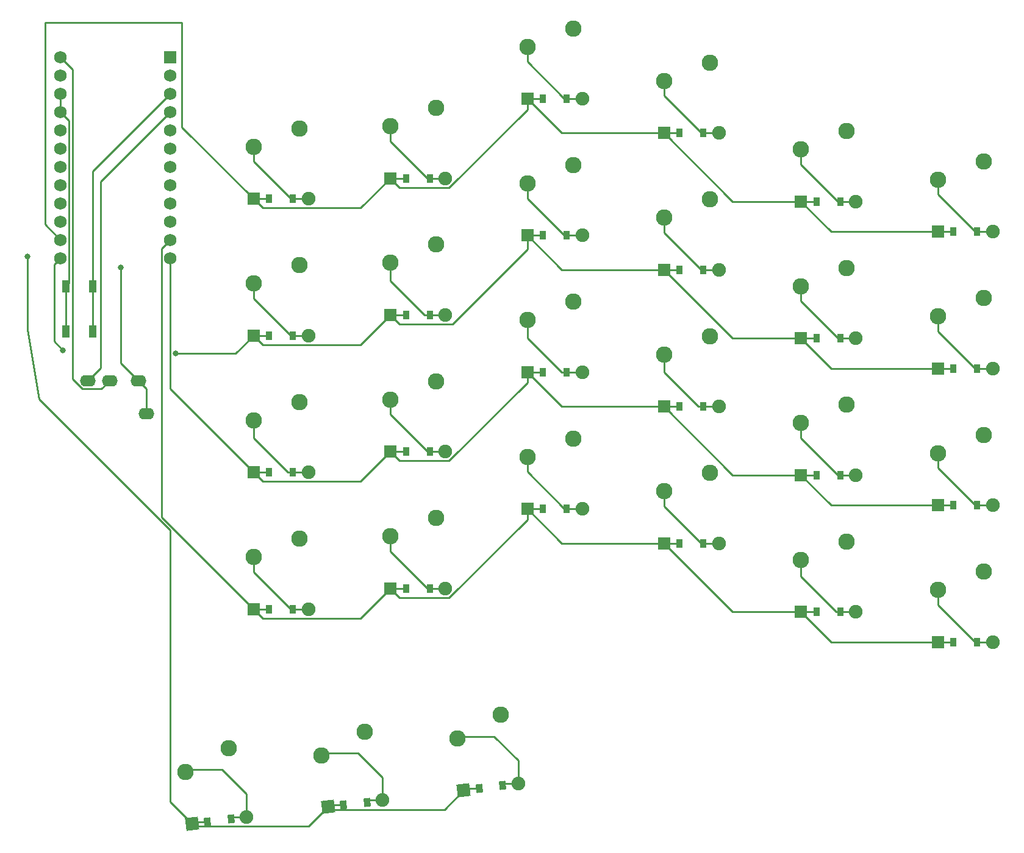
<source format=gbr>
%TF.GenerationSoftware,KiCad,Pcbnew,9.0.1*%
%TF.CreationDate,2025-06-02T17:15:55+02:00*%
%TF.ProjectId,pleiades_r,706c6569-6164-4657-935f-722e6b696361,v1.0.0*%
%TF.SameCoordinates,Original*%
%TF.FileFunction,Copper,L1,Top*%
%TF.FilePolarity,Positive*%
%FSLAX46Y46*%
G04 Gerber Fmt 4.6, Leading zero omitted, Abs format (unit mm)*
G04 Created by KiCad (PCBNEW 9.0.1) date 2025-06-02 17:15:55*
%MOMM*%
%LPD*%
G01*
G04 APERTURE LIST*
G04 Aperture macros list*
%AMRotRect*
0 Rectangle, with rotation*
0 The origin of the aperture is its center*
0 $1 length*
0 $2 width*
0 $3 Rotation angle, in degrees counterclockwise*
0 Add horizontal line*
21,1,$1,$2,0,0,$3*%
G04 Aperture macros list end*
%TA.AperFunction,ComponentPad*%
%ADD10C,2.286000*%
%TD*%
%TA.AperFunction,ComponentPad*%
%ADD11R,1.752600X1.752600*%
%TD*%
%TA.AperFunction,ComponentPad*%
%ADD12C,1.752600*%
%TD*%
%TA.AperFunction,SMDPad,CuDef*%
%ADD13R,0.900000X1.200000*%
%TD*%
%TA.AperFunction,ComponentPad*%
%ADD14R,1.778000X1.778000*%
%TD*%
%TA.AperFunction,ComponentPad*%
%ADD15C,1.905000*%
%TD*%
%TA.AperFunction,SMDPad,CuDef*%
%ADD16RotRect,0.900000X1.200000X7.000000*%
%TD*%
%TA.AperFunction,ComponentPad*%
%ADD17RotRect,1.778000X1.778000X7.000000*%
%TD*%
%TA.AperFunction,ComponentPad*%
%ADD18O,2.200000X1.600000*%
%TD*%
%TA.AperFunction,SMDPad,CuDef*%
%ADD19R,1.100000X1.800000*%
%TD*%
%TA.AperFunction,ViaPad*%
%ADD20C,0.800000*%
%TD*%
%TA.AperFunction,Conductor*%
%ADD21C,0.250000*%
%TD*%
G04 APERTURE END LIST*
D10*
%TO.P,S1,1*%
%TO.N,P21*%
X324823508Y2222500D03*
%TO.P,S1,2*%
%TO.N,mirror_inner_bot*%
X318473508Y-317500D03*
%TD*%
%TO.P,S2,1*%
%TO.N,P21*%
X324823508Y21222500D03*
%TO.P,S2,2*%
%TO.N,mirror_inner_mid*%
X318473508Y18682500D03*
%TD*%
%TO.P,S3,1*%
%TO.N,P21*%
X324823508Y40222500D03*
%TO.P,S3,2*%
%TO.N,mirror_inner_top*%
X318473508Y37682500D03*
%TD*%
%TO.P,S4,1*%
%TO.N,P21*%
X324823508Y59222500D03*
%TO.P,S4,2*%
%TO.N,mirror_inner_num*%
X318473508Y56682500D03*
%TD*%
%TO.P,S5,1*%
%TO.N,P20*%
X305823508Y6413500D03*
%TO.P,S5,2*%
%TO.N,mirror_pinky_bot*%
X299473508Y3873500D03*
%TD*%
%TO.P,S6,1*%
%TO.N,P20*%
X305823508Y25413500D03*
%TO.P,S6,2*%
%TO.N,mirror_pinky_mid*%
X299473508Y22873500D03*
%TD*%
%TO.P,S7,1*%
%TO.N,P20*%
X305823508Y44413500D03*
%TO.P,S7,2*%
%TO.N,mirror_pinky_top*%
X299473508Y41873500D03*
%TD*%
%TO.P,S8,1*%
%TO.N,P20*%
X305823508Y63413500D03*
%TO.P,S8,2*%
%TO.N,mirror_pinky_num*%
X299473508Y60873500D03*
%TD*%
%TO.P,S9,1*%
%TO.N,P19*%
X286823508Y15938500D03*
%TO.P,S9,2*%
%TO.N,mirror_ring_bot*%
X280473508Y13398500D03*
%TD*%
%TO.P,S10,1*%
%TO.N,P19*%
X286823508Y34938500D03*
%TO.P,S10,2*%
%TO.N,mirror_ring_mid*%
X280473508Y32398500D03*
%TD*%
%TO.P,S11,1*%
%TO.N,P19*%
X286823508Y53938500D03*
%TO.P,S11,2*%
%TO.N,mirror_ring_top*%
X280473508Y51398500D03*
%TD*%
%TO.P,S12,1*%
%TO.N,P19*%
X286823508Y72938500D03*
%TO.P,S12,2*%
%TO.N,mirror_ring_num*%
X280473508Y70398500D03*
%TD*%
%TO.P,S13,1*%
%TO.N,P18*%
X267823508Y20701000D03*
%TO.P,S13,2*%
%TO.N,mirror_middle_bot*%
X261473508Y18161000D03*
%TD*%
%TO.P,S15,1*%
%TO.N,P18*%
X267823508Y58701000D03*
%TO.P,S15,2*%
%TO.N,mirror_middle_top*%
X261473508Y56161000D03*
%TD*%
%TO.P,S16,1*%
%TO.N,P18*%
X267823508Y77701000D03*
%TO.P,S16,2*%
%TO.N,mirror_middle_num*%
X261473508Y75161000D03*
%TD*%
%TO.P,S17,1*%
%TO.N,P15*%
X248823508Y9652000D03*
%TO.P,S17,2*%
%TO.N,mirror_point_bot*%
X242473508Y7112000D03*
%TD*%
%TO.P,S19,1*%
%TO.N,P15*%
X248823508Y47652000D03*
%TO.P,S19,2*%
%TO.N,mirror_point_top*%
X242473508Y45112000D03*
%TD*%
%TO.P,S20,1*%
%TO.N,P15*%
X248823508Y66652000D03*
%TO.P,S20,2*%
%TO.N,mirror_point_num*%
X242473508Y64112000D03*
%TD*%
%TO.P,S22,1*%
%TO.N,P14*%
X229823508Y25794500D03*
%TO.P,S22,2*%
%TO.N,mirror_pointfar_mid*%
X223473508Y23254500D03*
%TD*%
%TO.P,S23,1*%
%TO.N,P14*%
X229823508Y44794500D03*
%TO.P,S23,2*%
%TO.N,mirror_pointfar_top*%
X223473508Y42254500D03*
%TD*%
%TO.P,S24,1*%
%TO.N,P14*%
X229823508Y63794500D03*
%TO.P,S24,2*%
%TO.N,mirror_pointfar_num*%
X223473508Y61254500D03*
%TD*%
%TO.P,S25,1*%
%TO.N,P18*%
X257760479Y-17698817D03*
%TO.P,S25,2*%
%TO.N,mirror_alt_main*%
X251767359Y-20993755D03*
%TD*%
%TO.P,S26,1*%
%TO.N,P15*%
X238902102Y-20014334D03*
%TO.P,S26,2*%
%TO.N,mirror_mod_main*%
X232908982Y-23309272D03*
%TD*%
%TO.P,S27,1*%
%TO.N,P14*%
X220043725Y-22329852D03*
%TO.P,S27,2*%
%TO.N,mirror_space_main*%
X214050605Y-25624790D03*
%TD*%
D11*
%TO.P,MCU1,1*%
%TO.N,RAW*%
X211903508Y73684500D03*
D12*
%TO.P,MCU1,2*%
%TO.N,GND*%
X211903508Y71144500D03*
%TO.P,MCU1,3*%
%TO.N,RST*%
X211903508Y68604500D03*
%TO.P,MCU1,4*%
%TO.N,VCC*%
X211903508Y66064500D03*
%TO.P,MCU1,5*%
%TO.N,P21*%
X211903508Y63524500D03*
%TO.P,MCU1,6*%
%TO.N,P20*%
X211903508Y60984500D03*
%TO.P,MCU1,7*%
%TO.N,P19*%
X211903508Y58444500D03*
%TO.P,MCU1,8*%
%TO.N,P18*%
X211903508Y55904500D03*
%TO.P,MCU1,9*%
%TO.N,P15*%
X211903508Y53364500D03*
%TO.P,MCU1,10*%
%TO.N,P14*%
X211903508Y50824500D03*
%TO.P,MCU1,11*%
%TO.N,P16*%
X211903508Y48284500D03*
%TO.P,MCU1,12*%
%TO.N,P10*%
X211903508Y45744500D03*
%TO.P,MCU1,13*%
%TO.N,P1*%
X196663508Y73684500D03*
%TO.P,MCU1,14*%
%TO.N,P0*%
X196663508Y71144500D03*
%TO.P,MCU1,15*%
%TO.N,GND*%
X196663508Y68604500D03*
%TO.P,MCU1,16*%
X196663508Y66064500D03*
%TO.P,MCU1,17*%
%TO.N,P2*%
X196663508Y63524500D03*
%TO.P,MCU1,18*%
%TO.N,P3*%
X196663508Y60984500D03*
%TO.P,MCU1,19*%
%TO.N,P4*%
X196663508Y58444500D03*
%TO.P,MCU1,20*%
%TO.N,P5*%
X196663508Y55904500D03*
%TO.P,MCU1,21*%
%TO.N,P6*%
X196663508Y53364500D03*
%TO.P,MCU1,22*%
%TO.N,P7*%
X196663508Y50824500D03*
%TO.P,MCU1,23*%
%TO.N,P8*%
X196663508Y48284500D03*
%TO.P,MCU1,24*%
%TO.N,P9*%
X196663508Y45744500D03*
%TD*%
D13*
%TO.P,D1,1*%
%TO.N,P16*%
X320633508Y-7557500D03*
%TO.P,D1,2*%
%TO.N,mirror_inner_bot*%
X323933508Y-7557500D03*
D14*
%TO.P,D1,1*%
%TO.N,P16*%
X318473508Y-7557500D03*
D15*
%TO.P,D1,2*%
%TO.N,mirror_inner_bot*%
X326093508Y-7557500D03*
%TD*%
D13*
%TO.P,D2,1*%
%TO.N,P10*%
X320633508Y11442500D03*
%TO.P,D2,2*%
%TO.N,mirror_inner_mid*%
X323933508Y11442500D03*
D14*
%TO.P,D2,1*%
%TO.N,P10*%
X318473508Y11442500D03*
D15*
%TO.P,D2,2*%
%TO.N,mirror_inner_mid*%
X326093508Y11442500D03*
%TD*%
D13*
%TO.P,D3,1*%
%TO.N,P9*%
X320633508Y30442500D03*
%TO.P,D3,2*%
%TO.N,mirror_inner_top*%
X323933508Y30442500D03*
D14*
%TO.P,D3,1*%
%TO.N,P9*%
X318473508Y30442500D03*
D15*
%TO.P,D3,2*%
%TO.N,mirror_inner_top*%
X326093508Y30442500D03*
%TD*%
D13*
%TO.P,D4,1*%
%TO.N,P8*%
X320633508Y49442500D03*
%TO.P,D4,2*%
%TO.N,mirror_inner_num*%
X323933508Y49442500D03*
D14*
%TO.P,D4,1*%
%TO.N,P8*%
X318473508Y49442500D03*
D15*
%TO.P,D4,2*%
%TO.N,mirror_inner_num*%
X326093508Y49442500D03*
%TD*%
D13*
%TO.P,D5,1*%
%TO.N,P16*%
X301633508Y-3366500D03*
%TO.P,D5,2*%
%TO.N,mirror_pinky_bot*%
X304933508Y-3366500D03*
D14*
%TO.P,D5,1*%
%TO.N,P16*%
X299473508Y-3366500D03*
D15*
%TO.P,D5,2*%
%TO.N,mirror_pinky_bot*%
X307093508Y-3366500D03*
%TD*%
D13*
%TO.P,D6,1*%
%TO.N,P10*%
X301633508Y15633500D03*
%TO.P,D6,2*%
%TO.N,mirror_pinky_mid*%
X304933508Y15633500D03*
D14*
%TO.P,D6,1*%
%TO.N,P10*%
X299473508Y15633500D03*
D15*
%TO.P,D6,2*%
%TO.N,mirror_pinky_mid*%
X307093508Y15633500D03*
%TD*%
D13*
%TO.P,D7,1*%
%TO.N,P9*%
X301633508Y34633500D03*
%TO.P,D7,2*%
%TO.N,mirror_pinky_top*%
X304933508Y34633500D03*
D14*
%TO.P,D7,1*%
%TO.N,P9*%
X299473508Y34633500D03*
D15*
%TO.P,D7,2*%
%TO.N,mirror_pinky_top*%
X307093508Y34633500D03*
%TD*%
D13*
%TO.P,D8,1*%
%TO.N,P8*%
X301633508Y53633500D03*
%TO.P,D8,2*%
%TO.N,mirror_pinky_num*%
X304933508Y53633500D03*
D14*
%TO.P,D8,1*%
%TO.N,P8*%
X299473508Y53633500D03*
D15*
%TO.P,D8,2*%
%TO.N,mirror_pinky_num*%
X307093508Y53633500D03*
%TD*%
D13*
%TO.P,D9,1*%
%TO.N,P16*%
X282633508Y6158500D03*
%TO.P,D9,2*%
%TO.N,mirror_ring_bot*%
X285933508Y6158500D03*
D14*
%TO.P,D9,1*%
%TO.N,P16*%
X280473508Y6158500D03*
D15*
%TO.P,D9,2*%
%TO.N,mirror_ring_bot*%
X288093508Y6158500D03*
%TD*%
D13*
%TO.P,D10,1*%
%TO.N,P10*%
X282633508Y25158500D03*
%TO.P,D10,2*%
%TO.N,mirror_ring_mid*%
X285933508Y25158500D03*
D14*
%TO.P,D10,1*%
%TO.N,P10*%
X280473508Y25158500D03*
D15*
%TO.P,D10,2*%
%TO.N,mirror_ring_mid*%
X288093508Y25158500D03*
%TD*%
D13*
%TO.P,D11,1*%
%TO.N,P9*%
X282633508Y44158500D03*
%TO.P,D11,2*%
%TO.N,mirror_ring_top*%
X285933508Y44158500D03*
D14*
%TO.P,D11,1*%
%TO.N,P9*%
X280473508Y44158500D03*
D15*
%TO.P,D11,2*%
%TO.N,mirror_ring_top*%
X288093508Y44158500D03*
%TD*%
D13*
%TO.P,D12,1*%
%TO.N,P8*%
X282633508Y63158500D03*
%TO.P,D12,2*%
%TO.N,mirror_ring_num*%
X285933508Y63158500D03*
D14*
%TO.P,D12,1*%
%TO.N,P8*%
X280473508Y63158500D03*
D15*
%TO.P,D12,2*%
%TO.N,mirror_ring_num*%
X288093508Y63158500D03*
%TD*%
D13*
%TO.P,D14,1*%
%TO.N,P10*%
X263633508Y29921000D03*
%TO.P,D14,2*%
%TO.N,mirror_middle_mid*%
X266933508Y29921000D03*
D14*
%TO.P,D14,1*%
%TO.N,P10*%
X261473508Y29921000D03*
D15*
%TO.P,D14,2*%
%TO.N,mirror_middle_mid*%
X269093508Y29921000D03*
%TD*%
D13*
%TO.P,D15,1*%
%TO.N,P9*%
X263633508Y48921000D03*
%TO.P,D15,2*%
%TO.N,mirror_middle_top*%
X266933508Y48921000D03*
D14*
%TO.P,D15,1*%
%TO.N,P9*%
X261473508Y48921000D03*
D15*
%TO.P,D15,2*%
%TO.N,mirror_middle_top*%
X269093508Y48921000D03*
%TD*%
D13*
%TO.P,D17,1*%
%TO.N,P16*%
X244633508Y-128000D03*
%TO.P,D17,2*%
%TO.N,mirror_point_bot*%
X247933508Y-128000D03*
D14*
%TO.P,D17,1*%
%TO.N,P16*%
X242473508Y-128000D03*
D15*
%TO.P,D17,2*%
%TO.N,mirror_point_bot*%
X250093508Y-128000D03*
%TD*%
D13*
%TO.P,D18,1*%
%TO.N,P10*%
X244633508Y18872000D03*
%TO.P,D18,2*%
%TO.N,mirror_point_mid*%
X247933508Y18872000D03*
D14*
%TO.P,D18,1*%
%TO.N,P10*%
X242473508Y18872000D03*
D15*
%TO.P,D18,2*%
%TO.N,mirror_point_mid*%
X250093508Y18872000D03*
%TD*%
D13*
%TO.P,D19,1*%
%TO.N,P9*%
X244633508Y37872000D03*
%TO.P,D19,2*%
%TO.N,mirror_point_top*%
X247933508Y37872000D03*
D14*
%TO.P,D19,1*%
%TO.N,P9*%
X242473508Y37872000D03*
D15*
%TO.P,D19,2*%
%TO.N,mirror_point_top*%
X250093508Y37872000D03*
%TD*%
D13*
%TO.P,D20,1*%
%TO.N,P8*%
X244633508Y56872000D03*
%TO.P,D20,2*%
%TO.N,mirror_point_num*%
X247933508Y56872000D03*
D14*
%TO.P,D20,1*%
%TO.N,P8*%
X242473508Y56872000D03*
D15*
%TO.P,D20,2*%
%TO.N,mirror_point_num*%
X250093508Y56872000D03*
%TD*%
D13*
%TO.P,D21,1*%
%TO.N,P16*%
X225633508Y-2985500D03*
%TO.P,D21,2*%
%TO.N,mirror_pointfar_bot*%
X228933508Y-2985500D03*
D14*
%TO.P,D21,1*%
%TO.N,P16*%
X223473508Y-2985500D03*
D15*
%TO.P,D21,2*%
%TO.N,mirror_pointfar_bot*%
X231093508Y-2985500D03*
%TD*%
D13*
%TO.P,D22,1*%
%TO.N,P10*%
X225633508Y16014500D03*
%TO.P,D22,2*%
%TO.N,mirror_pointfar_mid*%
X228933508Y16014500D03*
D14*
%TO.P,D22,1*%
%TO.N,P10*%
X223473508Y16014500D03*
D15*
%TO.P,D22,2*%
%TO.N,mirror_pointfar_mid*%
X231093508Y16014500D03*
%TD*%
D13*
%TO.P,D23,1*%
%TO.N,P9*%
X225633508Y35014500D03*
%TO.P,D23,2*%
%TO.N,mirror_pointfar_top*%
X228933508Y35014500D03*
D14*
%TO.P,D23,1*%
%TO.N,P9*%
X223473508Y35014500D03*
D15*
%TO.P,D23,2*%
%TO.N,mirror_pointfar_top*%
X231093508Y35014500D03*
%TD*%
D16*
%TO.P,D25,1*%
%TO.N,P7*%
X254793592Y-27916551D03*
%TO.P,D25,2*%
%TO.N,mirror_alt_main*%
X258068994Y-27514383D03*
D17*
%TO.P,D25,1*%
%TO.N,P7*%
X252649692Y-28179789D03*
D15*
%TO.P,D25,2*%
%TO.N,mirror_alt_main*%
X260212894Y-27251145D03*
%TD*%
D16*
%TO.P,D26,1*%
%TO.N,P7*%
X235935216Y-30232068D03*
%TO.P,D26,2*%
%TO.N,mirror_mod_main*%
X239210618Y-29829900D03*
D17*
%TO.P,D26,1*%
%TO.N,P7*%
X233791316Y-30495306D03*
D15*
%TO.P,D26,2*%
%TO.N,mirror_mod_main*%
X241354518Y-29566662D03*
%TD*%
D16*
%TO.P,D27,1*%
%TO.N,P7*%
X217076839Y-32547586D03*
%TO.P,D27,2*%
%TO.N,mirror_space_main*%
X220352241Y-32145418D03*
D17*
%TO.P,D27,1*%
%TO.N,P7*%
X214932939Y-32810824D03*
D15*
%TO.P,D27,2*%
%TO.N,mirror_space_main*%
X222496141Y-31882180D03*
%TD*%
D18*
%TO.P,TRRS1,1*%
%TO.N,GND*%
X208583508Y24114500D03*
%TO.P,TRRS1,2*%
X207483508Y28714500D03*
%TO.P,TRRS1,3*%
%TO.N,P1*%
X203483508Y28714500D03*
%TO.P,TRRS1,4*%
%TO.N,VCC*%
X200483508Y28714500D03*
%TD*%
D19*
%TO.P,B1,1*%
%TO.N,RST*%
X201133508Y41814500D03*
X201133508Y35614500D03*
%TO.P,B1,2*%
%TO.N,GND*%
X197433508Y41814500D03*
X197433508Y35614500D03*
%TD*%
D10*
%TO.P,S21,1*%
%TO.N,P14*%
X229823508Y6794500D03*
%TO.P,S21,2*%
%TO.N,mirror_pointfar_bot*%
X223473508Y4254500D03*
%TD*%
D13*
%TO.P,D16,1*%
%TO.N,P8*%
X263633508Y67921000D03*
%TO.P,D16,2*%
%TO.N,mirror_middle_num*%
X266933508Y67921000D03*
D14*
%TO.P,D16,1*%
%TO.N,P8*%
X261473508Y67921000D03*
D15*
%TO.P,D16,2*%
%TO.N,mirror_middle_num*%
X269093508Y67921000D03*
%TD*%
D13*
%TO.P,D24,1*%
%TO.N,P8*%
X225633508Y54014500D03*
%TO.P,D24,2*%
%TO.N,mirror_pointfar_num*%
X228933508Y54014500D03*
D14*
%TO.P,D24,1*%
%TO.N,P8*%
X223473508Y54014500D03*
D15*
%TO.P,D24,2*%
%TO.N,mirror_pointfar_num*%
X231093508Y54014500D03*
%TD*%
D10*
%TO.P,S14,1*%
%TO.N,P18*%
X267823508Y39701000D03*
%TO.P,S14,2*%
%TO.N,mirror_middle_mid*%
X261473508Y37161000D03*
%TD*%
%TO.P,S18,1*%
%TO.N,P15*%
X248823508Y28652000D03*
%TO.P,S18,2*%
%TO.N,mirror_point_mid*%
X242473508Y26112000D03*
%TD*%
D13*
%TO.P,D13,1*%
%TO.N,P16*%
X263633508Y10921000D03*
%TO.P,D13,2*%
%TO.N,mirror_middle_bot*%
X266933508Y10921000D03*
D14*
%TO.P,D13,1*%
%TO.N,P16*%
X261473508Y10921000D03*
D15*
%TO.P,D13,2*%
%TO.N,mirror_middle_bot*%
X269093508Y10921000D03*
%TD*%
D20*
%TO.N,P7*%
X192058508Y46000000D03*
%TO.N,GND*%
X205000000Y44500000D03*
%TO.N,P9*%
X197000000Y33000000D03*
X212628508Y32500000D03*
%TD*%
D21*
%TO.N,P7*%
X192058508Y35820470D02*
X192058508Y46000000D01*
X193703905Y26146293D02*
X192058508Y35820470D01*
X211872720Y7977478D02*
X193703905Y26146293D01*
X211872720Y-29750605D02*
X211872720Y7977478D01*
X214932939Y-32810824D02*
X211872720Y-29750605D01*
%TO.N,mirror_alt_main*%
X258332232Y-27251145D02*
X258068994Y-27514383D01*
X260212894Y-27251145D02*
X258332232Y-27251145D01*
X260212894Y-24053341D02*
X260212894Y-27251145D01*
X256840153Y-20680600D02*
X260212894Y-24053341D01*
X251767359Y-20993755D02*
X252080514Y-20680600D01*
X252080514Y-20680600D02*
X256840153Y-20680600D01*
%TO.N,mirror_mod_main*%
X239473856Y-29566662D02*
X239210618Y-29829900D01*
X241354518Y-29566662D02*
X239473856Y-29566662D01*
X241354518Y-26368859D02*
X241354518Y-29566662D01*
X237981776Y-22996117D02*
X241354518Y-26368859D01*
X232908982Y-23309272D02*
X233222137Y-22996117D01*
X233222137Y-22996117D02*
X237981776Y-22996117D01*
%TO.N,mirror_space_main*%
X220615479Y-31882180D02*
X220352241Y-32145418D01*
X222496141Y-31882180D02*
X220615479Y-31882180D01*
X222496141Y-28684377D02*
X222496141Y-31882180D01*
X219123399Y-25311635D02*
X222496141Y-28684377D01*
X214363760Y-25311635D02*
X219123399Y-25311635D01*
X214050605Y-25624790D02*
X214363760Y-25311635D01*
%TO.N,GND*%
X205000000Y31198008D02*
X205000000Y44500000D01*
X207483508Y28714500D02*
X205000000Y31198008D01*
%TO.N,P8*%
X194500000Y50448008D02*
X196663508Y48284500D01*
X194500000Y78500000D02*
X194500000Y50448008D01*
X213500000Y78500000D02*
X194500000Y78500000D01*
X213500000Y63988008D02*
X213500000Y78500000D01*
X223473508Y54014500D02*
X213500000Y63988008D01*
%TO.N,P9*%
X195787208Y34212792D02*
X195787208Y44868200D01*
X197000000Y33000000D02*
X195787208Y34212792D01*
X195787208Y44868200D02*
X196663508Y45744500D01*
X220959008Y32500000D02*
X212628508Y32500000D01*
X223473508Y35014500D02*
X220959008Y32500000D01*
%TO.N,P16*%
X210701208Y47082200D02*
X211903508Y48284500D01*
X210701208Y9786800D02*
X210701208Y47082200D01*
X223473508Y-2985500D02*
X210701208Y9786800D01*
%TO.N,P10*%
X211903508Y27584500D02*
X211903508Y45744500D01*
X223473508Y16014500D02*
X211903508Y27584500D01*
%TO.N,P1*%
X202357508Y27588500D02*
X199717104Y27588500D01*
X199717104Y27588500D02*
X198316808Y28988796D01*
X198316808Y28988796D02*
X198316808Y72031200D01*
X198316808Y72031200D02*
X196663508Y73684500D01*
X203483508Y28714500D02*
X202357508Y27588500D01*
%TO.N,VCC*%
X202269008Y56430000D02*
X211903508Y66064500D01*
X202269008Y30500000D02*
X202269008Y56430000D01*
X200483508Y28714500D02*
X202269008Y30500000D01*
%TO.N,GND*%
X208583508Y27614500D02*
X207483508Y28714500D01*
X208583508Y24114500D02*
X208583508Y27614500D01*
%TO.N,RST*%
X201133508Y57834500D02*
X211903508Y68604500D01*
X201133508Y41814500D02*
X201133508Y57834500D01*
X201133508Y35614500D02*
X201133508Y41814500D01*
%TO.N,GND*%
X197865808Y64862200D02*
X196663508Y66064500D01*
X197865808Y42246800D02*
X197865808Y64862200D01*
X197433508Y41814500D02*
X197865808Y42246800D01*
X197433508Y35614500D02*
X197433508Y41814500D01*
%TO.N,mirror_mod_main*%
X241091280Y-29829900D02*
X241354518Y-29566662D01*
%TO.N,mirror_space_main*%
X222232903Y-32145418D02*
X222496141Y-31882180D01*
X214050605Y-25550605D02*
X214000000Y-25500000D01*
X214050605Y-25624790D02*
X214050605Y-25550605D01*
%TO.N,P7*%
X252912930Y-27916551D02*
X252649692Y-28179789D01*
%TO.N,P16*%
X282633508Y6158500D02*
X280473508Y6158500D01*
%TO.N,P10*%
X301633508Y15633500D02*
X299473508Y15633500D01*
X225633508Y16014500D02*
X223473508Y16014500D01*
%TO.N,P9*%
X282633508Y44158500D02*
X280473508Y44158500D01*
X301633508Y34633500D02*
X299473508Y34633500D01*
X320633508Y30442500D02*
X318473508Y30442500D01*
%TO.N,P7*%
X233791316Y-30495306D02*
X234141172Y-30845162D01*
X214932939Y-32810824D02*
X215282795Y-33160680D01*
%TO.N,P16*%
X299473508Y-3366500D02*
X303664508Y-7557500D01*
X303664508Y-7557500D02*
X318473508Y-7557500D01*
X289998508Y-3366500D02*
X299473508Y-3366500D01*
X280473508Y6158500D02*
X289998508Y-3366500D01*
X266236008Y6158500D02*
X280473508Y6158500D01*
X261473508Y10921000D02*
X266236008Y6158500D01*
X261473508Y9443927D02*
X261473508Y10921000D01*
X250623081Y-1406500D02*
X261473508Y9443927D01*
X243752008Y-1406500D02*
X250623081Y-1406500D01*
X242473508Y-128000D02*
X243752008Y-1406500D01*
X238337508Y-4264000D02*
X242473508Y-128000D01*
X224752008Y-4264000D02*
X238337508Y-4264000D01*
X223473508Y-2985500D02*
X224752008Y-4264000D01*
%TO.N,P10*%
X303664508Y11442500D02*
X318473508Y11442500D01*
X299473508Y15633500D02*
X303664508Y11442500D01*
X289998508Y15633500D02*
X299473508Y15633500D01*
X280473508Y25158500D02*
X289998508Y15633500D01*
X266236008Y25158500D02*
X280473508Y25158500D01*
X261473508Y29921000D02*
X266236008Y25158500D01*
X250623081Y17593500D02*
X261473508Y28443927D01*
X243752008Y17593500D02*
X250623081Y17593500D01*
X242473508Y18872000D02*
X243752008Y17593500D01*
X261473508Y28443927D02*
X261473508Y29921000D01*
X238337508Y14736000D02*
X242473508Y18872000D01*
X224752008Y14736000D02*
X238337508Y14736000D01*
X223473508Y16014500D02*
X224752008Y14736000D01*
%TO.N,P9*%
X303664508Y30442500D02*
X318473508Y30442500D01*
X299473508Y34633500D02*
X303664508Y30442500D01*
X289998508Y34633500D02*
X299473508Y34633500D01*
X280473508Y44158500D02*
X289998508Y34633500D01*
X266236008Y44158500D02*
X280473508Y44158500D01*
X261473508Y48921000D02*
X266236008Y44158500D01*
X261473508Y46973508D02*
X261473508Y48921000D01*
X251093500Y36593500D02*
X261473508Y46973508D01*
X242473508Y37872000D02*
X243752008Y36593500D01*
X243752008Y36593500D02*
X251093500Y36593500D01*
X224752008Y33736000D02*
X238337508Y33736000D01*
X238337508Y33736000D02*
X242473508Y37872000D01*
X223473508Y35014500D02*
X224752008Y33736000D01*
%TO.N,P8*%
X303664508Y49442500D02*
X318473508Y49442500D01*
X299473508Y53633500D02*
X303664508Y49442500D01*
X289998508Y53633500D02*
X299473508Y53633500D01*
X280473508Y63158500D02*
X289998508Y53633500D01*
X266236008Y63158500D02*
X280473508Y63158500D01*
X261473508Y67921000D02*
X266236008Y63158500D01*
X243752008Y55593500D02*
X250623081Y55593500D01*
X250623081Y55593500D02*
X261473508Y66443927D01*
X261473508Y66443927D02*
X261473508Y67921000D01*
X242473508Y56872000D02*
X243752008Y55593500D01*
X238337508Y52736000D02*
X242473508Y56872000D01*
X224752008Y52736000D02*
X238337508Y52736000D01*
X223473508Y54014500D02*
X224752008Y52736000D01*
%TO.N,P7*%
X234054554Y-30232068D02*
X233791316Y-30495306D01*
X215196177Y-32547586D02*
X214932939Y-32810824D01*
%TO.N,mirror_pointfar_mid*%
X223473508Y20774500D02*
X228233508Y16014500D01*
X228233508Y16014500D02*
X231093508Y16014500D01*
X223473508Y23254500D02*
X223473508Y20774500D01*
%TO.N,mirror_middle_top*%
X261473508Y56161000D02*
X261473508Y54079455D01*
%TO.N,P9*%
X263633508Y48921000D02*
X261473508Y48921000D01*
%TO.N,mirror_middle_top*%
X266631963Y48921000D02*
X269093508Y48921000D01*
X261473508Y54079455D02*
X266631963Y48921000D01*
%TO.N,mirror_ring_top*%
X280473508Y51398500D02*
X280473508Y49316955D01*
X280473508Y49316955D02*
X285631963Y44158500D01*
X285631963Y44158500D02*
X288093508Y44158500D01*
%TO.N,mirror_pinky_top*%
X299473508Y41873500D02*
X299473508Y39791955D01*
X304631963Y34633500D02*
X307093508Y34633500D01*
X299473508Y39791955D02*
X304631963Y34633500D01*
%TO.N,mirror_inner_top*%
X318473508Y37682500D02*
X318473508Y35600955D01*
X323631963Y30442500D02*
X326093508Y30442500D01*
X318473508Y35600955D02*
X323631963Y30442500D01*
%TO.N,P7*%
X217076839Y-32547586D02*
X215196177Y-32547586D01*
X215282795Y-33160680D02*
X231125942Y-33160680D01*
X231125942Y-33160680D02*
X233791316Y-30495306D01*
X235935216Y-30232068D02*
X234054554Y-30232068D01*
X234141172Y-30845162D02*
X249984319Y-30845162D01*
X254793592Y-27916551D02*
X252912930Y-27916551D01*
X249984319Y-30845162D02*
X252649692Y-28179789D01*
%TO.N,P16*%
X225633508Y-2985500D02*
X223473508Y-2985500D01*
%TO.N,mirror_pointfar_bot*%
X228631963Y-2985500D02*
X231093508Y-2985500D01*
X223473508Y2172955D02*
X228631963Y-2985500D01*
X223473508Y4254500D02*
X223473508Y2172955D01*
%TO.N,P16*%
X244633508Y-128000D02*
X242473508Y-128000D01*
%TO.N,mirror_point_bot*%
X242473508Y7112000D02*
X242473508Y5030455D01*
X242473508Y5030455D02*
X247631963Y-128000D01*
X247631963Y-128000D02*
X250093508Y-128000D01*
%TO.N,P16*%
X263633508Y10921000D02*
X261473508Y10921000D01*
%TO.N,P10*%
X244633508Y18872000D02*
X242473508Y18872000D01*
%TO.N,mirror_point_mid*%
X247628000Y18872000D02*
X250093508Y18872000D01*
X242473508Y26112000D02*
X242473508Y24026492D01*
X242473508Y24026492D02*
X247628000Y18872000D01*
%TO.N,mirror_middle_bot*%
X261473508Y18161000D02*
X261473508Y16079455D01*
X261473508Y16079455D02*
X266631963Y10921000D01*
X266631963Y10921000D02*
X269093508Y10921000D01*
%TO.N,mirror_ring_bot*%
X280473508Y13398500D02*
X280473508Y11316955D01*
X285631963Y6158500D02*
X288093508Y6158500D01*
X280473508Y11316955D02*
X285631963Y6158500D01*
%TO.N,mirror_pinky_bot*%
X299473508Y3873500D02*
X299473508Y1526492D01*
X299473508Y1526492D02*
X304366500Y-3366500D01*
%TO.N,P16*%
X301633508Y-3366500D02*
X299473508Y-3366500D01*
%TO.N,mirror_pinky_bot*%
X304366500Y-3366500D02*
X307093508Y-3366500D01*
%TO.N,P16*%
X320633508Y-7557500D02*
X318473508Y-7557500D01*
%TO.N,mirror_inner_bot*%
X326093508Y-7557500D02*
X323631963Y-7557500D01*
X318473508Y-2399045D02*
X318473508Y-317500D01*
X323631963Y-7557500D02*
X318473508Y-2399045D01*
%TO.N,P10*%
X320633508Y11442500D02*
X318473508Y11442500D01*
%TO.N,mirror_inner_mid*%
X323631963Y11442500D02*
X326093508Y11442500D01*
X318473508Y16600955D02*
X323631963Y11442500D01*
X318473508Y18682500D02*
X318473508Y16600955D01*
%TO.N,mirror_pinky_mid*%
X304631963Y15633500D02*
X307093508Y15633500D01*
X299473508Y20791955D02*
X304631963Y15633500D01*
X299473508Y22873500D02*
X299473508Y20791955D01*
%TO.N,P10*%
X282633508Y25158500D02*
X280473508Y25158500D01*
%TO.N,mirror_ring_mid*%
X285233508Y25158500D02*
X288093508Y25158500D01*
X280473508Y32398500D02*
X280473508Y29918500D01*
X280473508Y29918500D02*
X285233508Y25158500D01*
%TO.N,P10*%
X263633508Y29921000D02*
X261473508Y29921000D01*
%TO.N,mirror_middle_mid*%
X266233508Y29921000D02*
X269093508Y29921000D01*
X261473508Y34681000D02*
X266233508Y29921000D01*
X261473508Y37161000D02*
X261473508Y34681000D01*
%TO.N,mirror_point_top*%
X242473508Y45112000D02*
X242473508Y42632000D01*
X242473508Y42632000D02*
X247233508Y37872000D01*
X247233508Y37872000D02*
X250093508Y37872000D01*
%TO.N,P9*%
X244633508Y37872000D02*
X242473508Y37872000D01*
X225633508Y35014500D02*
X223473508Y35014500D01*
%TO.N,P8*%
X225633508Y54014500D02*
X223473508Y54014500D01*
X282633508Y63158500D02*
X280473508Y63158500D01*
X301633508Y53633500D02*
X299473508Y53633500D01*
X320633508Y49442500D02*
X318473508Y49442500D01*
%TO.N,mirror_inner_num*%
X323631963Y49442500D02*
X326093508Y49442500D01*
X318473508Y54600955D02*
X323631963Y49442500D01*
X318473508Y56682500D02*
X318473508Y54600955D01*
%TO.N,mirror_pinky_num*%
X304631963Y53633500D02*
X307093508Y53633500D01*
X299473508Y60873500D02*
X299473508Y58791955D01*
X299473508Y58791955D02*
X304631963Y53633500D01*
%TO.N,mirror_ring_num*%
X285631963Y63158500D02*
X288093508Y63158500D01*
X280473508Y68316955D02*
X285631963Y63158500D01*
X280473508Y70398500D02*
X280473508Y68316955D01*
%TO.N,P8*%
X263633508Y67921000D02*
X261473508Y67921000D01*
%TO.N,mirror_middle_num*%
X266631963Y67921000D02*
X269093508Y67921000D01*
X261473508Y75161000D02*
X261473508Y73079455D01*
X261473508Y73079455D02*
X266631963Y67921000D01*
%TO.N,P8*%
X244633508Y56872000D02*
X242473508Y56872000D01*
%TO.N,mirror_point_num*%
X247628000Y56872000D02*
X250093508Y56872000D01*
X242473508Y64112000D02*
X242473508Y62026492D01*
X242473508Y62026492D02*
X247628000Y56872000D01*
%TO.N,mirror_pointfar_num*%
X228631963Y54014500D02*
X231093508Y54014500D01*
X223473508Y61254500D02*
X223473508Y59172955D01*
X223473508Y59172955D02*
X228631963Y54014500D01*
%TO.N,mirror_pointfar_top*%
X228631963Y35014500D02*
X231093508Y35014500D01*
X223473508Y42254500D02*
X223473508Y40172955D01*
X223473508Y40172955D02*
X228631963Y35014500D01*
%TO.N,GND*%
X196663508Y66064500D02*
X196663508Y68604500D01*
%TO.N,mirror_alt_main*%
X259949656Y-27514383D02*
X260212894Y-27251145D01*
%TO.N,mirror_inner_bot*%
X323933508Y-7557500D02*
X326093508Y-7557500D01*
%TD*%
M02*

</source>
